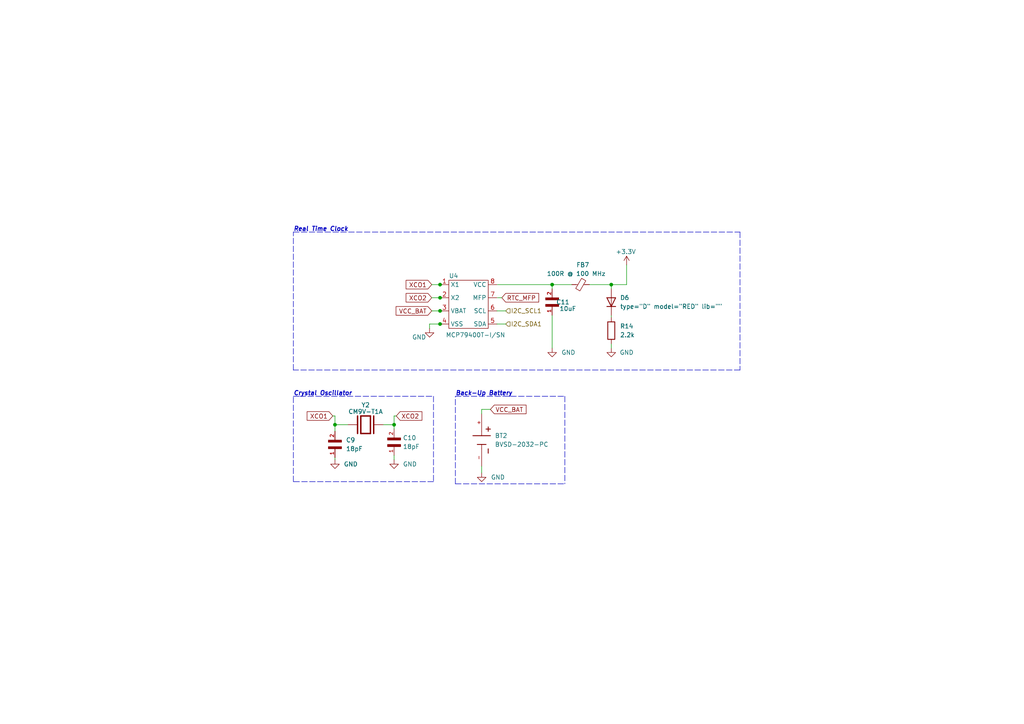
<source format=kicad_sch>
(kicad_sch (version 20211123) (generator eeschema)
  (paper "A4")
  (lib_symbols
    (symbol "CM9V-T1A-32.768KHZ-9PF-20PPM-TA-QC:CM9V-T1A-32.768KHZ-9PF-20PPM-TA-QC" (pin_numbers hide) (pin_names (offset 1.016) hide)
      (property "Reference" "Y" (at -5.08 3.81 0))
      (property "Value" "CM9V-T1A-32.768KHZ-9PF-20PPM-TA-QC" (at -5.1054 -5.1054 0))
      (symbol "CM9V-T1A-32.768KHZ-9PF-20PPM-TA-QC_0_0"
        (polyline (pts (xy -2.3368 2.54) (xy -2.3368 -2.54)) (stroke (width 0.4064)))
        (polyline (pts (xy -1.397 2.54) (xy -1.397 -2.54)) (stroke (width 0.4064)))
        (polyline (pts (xy -1.397 2.54) (xy 1.397 2.54)) (stroke (width 0.4064)))
        (polyline (pts (xy 1.397 -2.54) (xy -1.397 -2.54)) (stroke (width 0.4064)))
        (polyline (pts (xy 1.397 2.54) (xy 1.397 -2.54)) (stroke (width 0.4064)))
        (polyline (pts (xy 2.3368 2.54) (xy 2.3368 -2.54)) (stroke (width 0.4064)))
        (pin passive line (at -5.08 0 0) (length 2.54) (name "~") (number "1"))
        (pin passive line (at 5.08 0 180) (length 2.54) (name "~") (number "2"))
      )
    )
    (symbol "Daughterboard_Symbols:BVSD-2032-PC" (pin_names (offset 1.016) hide)
      (property "Reference" "BT" (at -3.81 3.81 0))
      (property "Value" "BVSD-2032-PC" (at -3.81 -5.08 0))
      (symbol "BVSD-2032-PC_0_0"
        (polyline (pts (xy -3.81 1.905) (xy -2.54 1.905)) (stroke (width 0.254)))
        (polyline (pts (xy -3.175 2.54) (xy -3.175 1.27)) (stroke (width 0.254)))
        (polyline (pts (xy -1.27 0) (xy -2.54 0)) (stroke (width 0.1524)))
        (polyline (pts (xy -1.27 0) (xy -1.27 -2.54)) (stroke (width 0.254)))
        (polyline (pts (xy -1.27 2.54) (xy -1.27 0)) (stroke (width 0.254)))
        (polyline (pts (xy 1.27 0) (xy 1.27 -1.27)) (stroke (width 0.254)))
        (polyline (pts (xy 1.27 0) (xy 2.54 0)) (stroke (width 0.1524)))
        (polyline (pts (xy 1.27 1.27) (xy 1.27 0)) (stroke (width 0.254)))
        (polyline (pts (xy 2.54 1.905) (xy 3.81 1.905)) (stroke (width 0.254)))
        (pin passive line (at -7.62 0 0) (length 5.08) (name "~") (number "+"))
        (pin passive line (at 7.62 0 180) (length 5.08) (name "~") (number "-"))
      )
    )
    (symbol "Daughterboard_Symbols:CL10B104KB8NNNL" (pin_names (offset 1.016) hide)
      (property "Reference" "C" (at 0 3.81 0))
      (property "Value" "CL10B104KB8NNNL" (at 0 -5.08 0))
      (symbol "CL10B104KB8NNNL_0_0"
        (rectangle (start 0 -1.905) (end 0.635 1.905) (fill (type outline)))
        (rectangle (start 1.905 -1.905) (end 2.54 1.905) (fill (type outline)))
        (pin passive line (at -2.54 0 0) (length 2.54) (name "~") (number "1"))
        (pin passive line (at 5.08 0 180) (length 2.54) (name "~") (number "2"))
      )
    )
    (symbol "Device:FerriteBead_Small" (pin_numbers hide) (pin_names (offset 0))
      (property "Reference" "FB" (at 1.905 1.27 0))
      (property "Value" "FerriteBead_Small" (at 1.905 -1.27 0))
      (symbol "FerriteBead_Small_0_1"
        (polyline (pts (xy 0 -1.27) (xy 0 -0.7874)))
        (polyline (pts (xy 0 0.889) (xy 0 1.2954)))
        (polyline (pts (xy -1.8288 0.2794) (xy -1.1176 1.4986) (xy 1.8288 -0.2032) (xy 1.1176 -1.4224) (xy -1.8288 0.2794)))
      )
      (symbol "FerriteBead_Small_1_1"
        (pin passive line (at 0 2.54 270) (length 1.27) (name "~") (number "1"))
        (pin passive line (at 0 -2.54 90) (length 1.27) (name "~") (number "2"))
      )
    )
    (symbol "Device:R" (pin_numbers hide) (pin_names (offset 0))
      (property "Reference" "R" (at 2.032 0 90))
      (property "Value" "R" (at 0 0 90))
      (symbol "R_0_1"
        (rectangle (start -1.016 -2.54) (end 1.016 2.54) (stroke (width 0.254)))
      )
      (symbol "R_1_1"
        (pin passive line (at 0 3.81 270) (length 1.27) (name "~") (number "1"))
        (pin passive line (at 0 -3.81 90) (length 1.27) (name "~") (number "2"))
      )
    )
    (symbol "Simulation_SPICE:DIODE" (pin_numbers hide) (pin_names (offset 1.016) hide)
      (property "Reference" "D" (at 0 2.54 0))
      (property "Value" "DIODE" (at 0 -2.54 0))
      (symbol "DIODE_0_1"
        (polyline (pts (xy 1.27 0) (xy -1.27 0)))
        (polyline (pts (xy 1.27 1.27) (xy 1.27 -1.27)) (stroke (width 0.254)))
        (polyline (pts (xy -1.27 -1.27) (xy -1.27 1.27) (xy 1.27 0) (xy -1.27 -1.27)) (stroke (width 0.254)))
      )
      (symbol "DIODE_1_1"
        (pin passive line (at -3.81 0 0) (length 2.54) (name "A") (number "1"))
        (pin passive line (at 3.81 0 180) (length 2.54) (name "K") (number "2"))
      )
    )
    (symbol "Timer_RTC:MCP79400T-I{slash}SN"
      (property "Reference" "U" (at 2.54 -3.81 0))
      (property "Value" "MCP79400T-I{slash}SN" (at 2.54 -1.27 0))
      (symbol "MCP79400T-I{slash}SN_0_1"
        (rectangle (start -3.81 -5.08) (end 7.62 -19.05))
      )
      (symbol "MCP79400T-I{slash}SN_1_1"
        (pin input line (at -6.35 -6.35 0) (length 2.54) (name "X1") (number "1"))
        (pin output line (at -6.35 -10.16 0) (length 2.54) (name "X2") (number "2"))
        (pin input line (at -6.35 -13.97 0) (length 2.54) (name "VBAT") (number "3"))
        (pin output line (at -6.35 -17.78 0) (length 2.54) (name "VSS") (number "4"))
        (pin bidirectional line (at 10.16 -17.78 180) (length 2.54) (name "SDA") (number "5"))
        (pin input line (at 10.16 -13.97 180) (length 2.54) (name "SCL") (number "6"))
        (pin output line (at 10.16 -10.16 180) (length 2.54) (name "MFP") (number "7"))
        (pin bidirectional line (at 10.16 -6.35 180) (length 2.54) (name "VCC") (number "8"))
      )
    )
    (symbol "power:+3.3V" (power) (pin_names (offset 0))
      (property "Value" "+3.3V" (at 0 3.556 0))
      (symbol "+3.3V_0_1"
        (polyline (pts (xy -0.762 1.27) (xy 0 2.54)))
        (polyline (pts (xy 0 0) (xy 0 2.54)))
        (polyline (pts (xy 0 2.54) (xy 0.762 1.27)))
      )
      (symbol "+3.3V_1_1"
        (pin power_in line (at 0 0 90) (length 0) hide (name "+3.3V") (number "1"))
      )
    )
    (symbol "power:GND" (power) (pin_names (offset 0))
      (property "Value" "GND" (at 0 -3.81 0))
      (symbol "GND_0_1"
        (polyline (pts (xy 0 0) (xy 0 -1.27) (xy 1.27 -1.27) (xy 0 -2.54) (xy -1.27 -1.27) (xy 0 -1.27)))
      )
      (symbol "GND_1_1"
        (pin power_in line (at 0 0 270) (length 0) hide (name "GND") (number "1"))
      )
    )
  )
  (junction (at 127.635 82.55))
  (junction (at 127.635 86.36))
  (junction (at 114.3 123.19))
  (junction (at 177.292 82.55))
  (junction (at 160.147 82.55))
  (junction (at 127.635 90.17))
  (junction (at 127.635 93.98))
  (junction (at 97.155 123.19))
  (polyline (pts (xy 86.995 114.935) (xy 125.73 114.935)))
  (wire (pts (xy 160.147 91.44) (xy 160.147 100.965)))
  (wire (pts (xy 114.935 120.65) (xy 114.3 120.65)))
  (wire (pts (xy 181.737 82.55) (xy 177.292 82.55)))
  (wire (pts (xy 177.292 91.44) (xy 177.292 92.075)))
  (wire (pts (xy 160.147 82.55) (xy 165.862 82.55)))
  (wire (pts (xy 127.635 93.98) (xy 124.587 93.98)))
  (wire (pts (xy 97.155 123.19) (xy 97.155 125.095)))
  (wire (pts (xy 97.155 132.715) (xy 97.155 133.35)))
  (wire (pts (xy 144.145 93.98) (xy 146.685 93.98)))
  (wire (pts (xy 144.272 86.36) (xy 145.542 86.36)))
  (polyline (pts (xy 125.73 139.7) (xy 85.09 139.7)))
  (wire (pts (xy 144.272 82.55) (xy 160.147 82.55)))
  (wire (pts (xy 124.587 93.98) (xy 124.587 95.25)))
  (polyline (pts (xy 85.09 107.315) (xy 85.09 67.31)))
  (wire (pts (xy 125.222 86.36) (xy 127.635 86.36)))
  (polyline (pts (xy 85.09 67.31) (xy 214.63 67.31)))
  (polyline (pts (xy 132.08 140.335) (xy 132.08 114.935)))
  (wire (pts (xy 97.155 123.19) (xy 100.965 123.19)))
  (wire (pts (xy 160.147 83.82) (xy 160.147 82.55)))
  (wire (pts (xy 144.145 90.17) (xy 146.685 90.17)))
  (wire (pts (xy 177.292 99.695) (xy 177.292 100.965)))
  (wire (pts (xy 139.7 118.745) (xy 139.7 120.015)))
  (wire (pts (xy 181.737 76.835) (xy 181.737 82.55)))
  (wire (pts (xy 114.3 120.65) (xy 114.3 123.19)))
  (polyline (pts (xy 214.63 67.31) (xy 214.63 107.315)))
  (polyline (pts (xy 125.73 114.935) (xy 125.73 139.7)))
  (wire (pts (xy 97.155 120.65) (xy 97.155 123.19)))
  (wire (pts (xy 127.635 86.36) (xy 127.762 86.36)))
  (polyline (pts (xy 132.08 114.935) (xy 163.83 114.935)))
  (polyline (pts (xy 85.09 139.7) (xy 85.09 114.935)))
  (wire (pts (xy 96.52 120.65) (xy 97.155 120.65)))
  (wire (pts (xy 114.3 123.19) (xy 114.3 124.46)))
  (wire (pts (xy 177.292 82.55) (xy 177.292 83.82)))
  (wire (pts (xy 127.635 90.17) (xy 127.762 90.17)))
  (wire (pts (xy 139.7 135.255) (xy 139.7 137.16)))
  (wire (pts (xy 125.222 82.55) (xy 127.635 82.55)))
  (polyline (pts (xy 132.08 140.335) (xy 163.83 140.335)))
  (wire (pts (xy 127.762 93.98) (xy 127.635 93.98)))
  (polyline (pts (xy 85.09 114.935) (xy 86.995 114.935)))
  (wire (pts (xy 114.3 132.08) (xy 114.3 133.35)))
  (wire (pts (xy 142.24 118.745) (xy 139.7 118.745)))
  (polyline (pts (xy 214.63 107.315) (xy 85.09 107.315)))
  (polyline (pts (xy 163.83 114.935) (xy 163.83 140.335)))
  (wire (pts (xy 125.222 90.17) (xy 127.635 90.17)))
  (wire (pts (xy 170.942 82.55) (xy 177.292 82.55)))
  (wire (pts (xy 111.125 123.19) (xy 114.3 123.19)))
  (wire (pts (xy 127.635 82.55) (xy 127.762 82.55)))
  (text "Real Time Clock" (at 85.09 67.31 0) (effects (font (size 1.27 1.27) bold italic) (justify left bottom)))
  (text "Crystal Oscillator" (at 85.09 114.935 0) (effects (font (size 1.27 1.27) (thickness 0.254) bold italic) (justify left bottom)))
  (text "Back-Up Battery" (at 132.08 114.935 0) (effects (font (size 1.27 1.27) (thickness 0.254) bold italic) (justify left bottom)))
  (global_label "RTC_MFP" (shape input) (at 145.542 86.36 0) (property "Intersheet References" "${INTERSHEET_REFS}" (effects hide)))
  (global_label "VCC_BAT" (shape input) (at 125.222 90.17 180) (property "Intersheet References" "${INTERSHEET_REFS}" (effects hide)))
  (global_label "XCO2" (shape input) (at 114.935 120.65 0) (property "Intersheet References" "${INTERSHEET_REFS}" (effects hide)))
  (global_label "VCC_BAT" (shape input) (at 142.24 118.745 0) (property "Intersheet References" "${INTERSHEET_REFS}" (effects hide)))
  (global_label "XCO1" (shape input) (at 125.222 82.55 180) (property "Intersheet References" "${INTERSHEET_REFS}" (effects hide)))
  (global_label "XCO2" (shape input) (at 125.222 86.36 180) (property "Intersheet References" "${INTERSHEET_REFS}" (effects hide)))
  (global_label "XCO1" (shape input) (at 96.52 120.65 180) (property "Intersheet References" "${INTERSHEET_REFS}" (effects hide)))
  (hierarchical_label "I2C_SCL1" (shape input) (at 146.685 90.17 0))
  (hierarchical_label "I2C_SDA1" (shape input) (at 146.685 93.98 0))
  (symbol (lib_id "power:GND") (at 177.292 100.965 0) (unit 1)
    (property "Reference" "#PWR011" (effects hide))
    (property "Value" "GND" (at 179.705 102.2349 0) (effects (justify left)))
  )
  (symbol (lib_id "power:GND") (at 139.7 137.16 0) (unit 1)
    (property "Reference" "#PWR08" (effects hide))
    (property "Value" "GND" (at 142.367 138.4299 0) (effects (justify left)))
  )
  (symbol (lib_id "power:GND") (at 160.147 100.965 0) (unit 1)
    (property "Reference" "#PWR09" (effects hide))
    (property "Value" "GND" (at 162.814 102.2349 0) (effects (justify left)))
  )
  (symbol (lib_id "Device:R") (at 177.292 95.885 0) (unit 1)
    (property "Reference" "R14" (at 179.832 94.6149 0) (effects (justify left)))
    (property "Value" "2.2k" (at 179.832 97.1549 0) (effects (justify left)))
    (property "Footprint" "Daughterboard_footprints:RESC1608X55N" (effects hide))
  )
  (symbol (lib_id "power:GND") (at 97.155 133.35 0) (unit 1)
    (property "Reference" "#PWR05" (effects hide))
    (property "Value" "GND" (at 99.695 134.6199 0) (effects (justify left)))
  )
  (symbol (lib_id "power:+3.3V") (at 181.737 76.835 0) (unit 1)
    (property "Reference" "#PWR012" (effects hide))
    (property "Value" "+3.3V" (at 178.562 73.025 0) (effects (justify left)))
  )
  (symbol (lib_id "power:GND") (at 124.587 95.25 0) (unit 1)
    (property "Reference" "#PWR07" (effects hide))
    (property "Value" "GND" (at 119.507 97.79 0) (effects (justify left)))
  )
  (symbol (lib_id "CM9V-T1A-32.768KHZ-9PF-20PPM-TA-QC:CM9V-T1A-32.768KHZ-9PF-20PPM-TA-QC") (at 106.045 123.19 0) (unit 1)
    (property "Reference" "Y2" (at 106.045 117.475 0))
    (property "Value" "CM9V-T1A" (at 106.045 119.38 0))
    (property "Footprint" "Daughterboard_footprints:XTAL_CM9V-T1A-32.768KHZ-9PF-20PPM-TA-QC" (effects hide))
    (property "MANUFACTURER" "Micro Crystal" (effects hide))
    (property "PARTREV" "8.0/10.2016" (effects hide))
    (property "STANDARD" "Manufacturer Recommendations" (effects hide))
    (property "MAXIMUM_PACKAGE_HEIGHT" "0.5 mm" (effects hide))
  )
  (symbol (lib_id "Daughterboard_Symbols:BVSD-2032-PC") (at 139.7 127.635 270) (unit 1)
    (property "Reference" "BT2" (at 143.51 126.3649 90) (effects (justify left)))
    (property "Value" "BVSD-2032-PC" (at 143.51 128.9049 90) (effects (justify left)))
    (property "Footprint" "Daughterboard_footprints:BAT_BVSD-2032-PC" (effects hide))
    (property "MAXIMUM_PACKAGE_HEIGHT" "28.19 mm" (effects hide))
    (property "MANUFACTURER" "Memory Protection Devices, Inc." (effects hide))
    (property "STANDARD" "Manufacturer Recommendations" (effects hide))
    (property "PARTREV" "D" (effects hide))
  )
  (symbol (lib_id "Device:FerriteBead_Small") (at 168.402 82.55 270) (unit 1)
    (property "Reference" "FB7" (at 169.037 76.835 90))
    (property "Value" "100R @ 100 MHz" (at 167.132 79.375 90))
    (property "Footprint" "Daughterboard_footprints:BEADC1608X75N" (effects hide))
  )
  (symbol (lib_id "Daughterboard_Symbols:CL10B104KB8NNNL") (at 114.3 129.54 90) (unit 1)
    (property "Reference" "C10" (at 116.84 126.9999 90) (effects (justify right)))
    (property "Value" "18pF" (at 116.84 129.5399 90) (effects (justify right)))
    (property "Footprint" "Daughterboard_footprints:CAPC1608X90N" (effects hide))
  )
  (symbol (lib_id "Timer_RTC:MCP79400T-I{slash}SN") (at 133.985 76.2 0) (unit 1)
    (property "Reference" "U4" (at 131.572 80.01 0))
    (property "Value" "MCP79400T-I/SN" (at 137.922 97.155 0))
    (property "Footprint" "Daughterboard_footprints:SOIC127P600X175-8N" (effects hide))
  )
  (symbol (lib_id "Simulation_SPICE:DIODE") (at 177.292 87.63 270) (unit 1)
    (property "Reference" "D6" (at 179.832 86.3599 90) (effects (justify left)))
    (property "Value" "RED" (at 179.832 88.8999 90) (effects (justify left)))
    (property "Footprint" "Daughterboard_footprints:CAPC1608X90N" (effects hide))
    (property "Spice_Netlist_Enabled" "Y" (effects hide))
    (property "Spice_Primitive" "D" (effects hide))
  )
  (symbol (lib_id "Daughterboard_Symbols:CL10B104KB8NNNL") (at 97.155 130.175 90) (unit 1)
    (property "Reference" "C9" (at 100.33 127.6349 90) (effects (justify right)))
    (property "Value" "18pF" (at 100.33 130.1749 90) (effects (justify right)))
    (property "Footprint" "Daughterboard_footprints:CAPC1608X90N" (effects hide))
  )
  (symbol (lib_id "power:GND") (at 114.3 133.35 0) (unit 1)
    (property "Reference" "#PWR06" (effects hide))
    (property "Value" "GND" (at 116.84 134.6199 0) (effects (justify left)))
  )
  (symbol (lib_id "Daughterboard_Symbols:CL10B104KB8NNNL") (at 160.147 88.9 90) (unit 1)
    (property "Reference" "C11" (at 165.227 87.63 90) (effects (justify left)))
    (property "Value" "10uF" (at 167.132 89.535 90) (effects (justify left)))
    (property "Footprint" "CAPC1608X90N" (effects hide))
  )
)
</source>
